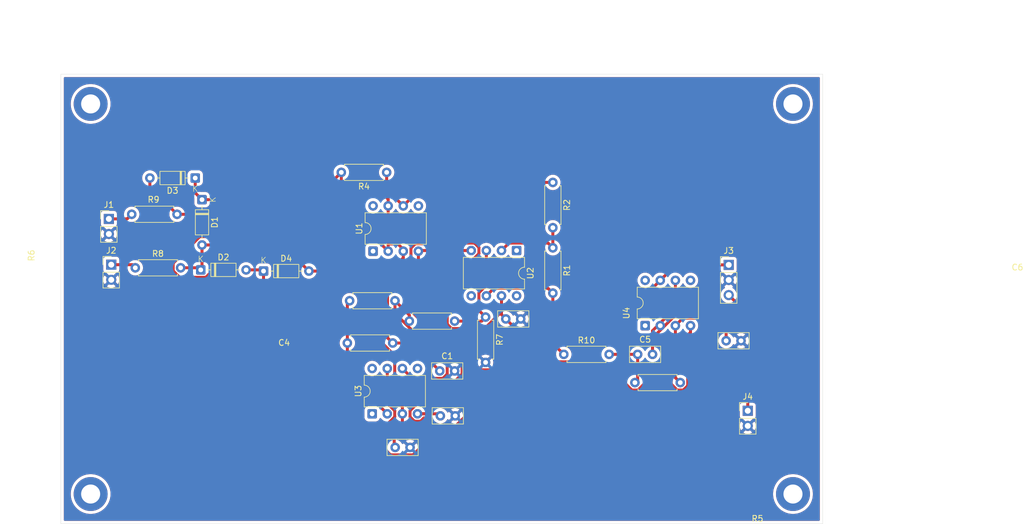
<source format=kicad_pcb>
(kicad_pcb (version 20241229) (generator "pcbnew") (generator_version "9.0")
  (layers (0 "F.Cu" signal) (2 "B.Cu" signal) (13 "F.Paste" user) (15 "B.Paste" user) (5 "F.SilkS" user "F.Silkscreen") (7 "B.SilkS" user "B.Silkscreen") (1 "F.Mask" user) (3 "B.Mask" user) (25 "Edge.Cuts" user))
  (net 0 "")
  (net 1 "Net-(J1-Pin_1)")
  (net 2 "GND")
  (net 3 "Net-(J2-Pin_1)")
  (net 4 "-15V")
  (net 5 "+15V")
  (net 6 "Net-(J4-Pin_1)")
  (net 7 "Net-(U2--)")
  (net 8 "Net-(R2-Pad1)")
  (net 9 "Net-(U2-+)")
  (net 10 "Net-(R3-Pad1)")
  (net 11 "Net-(U3--)")
  (net 21 "Net-(D1-A)")
  (net 22 "Net-(D3-A)")
  (net 23 "Net-(C5-Pad1)")
  (net 24 "Net-(U4-+)")
  (net 25 "Net-(R1-Pad2)")
  (footprint "Connector_PinHeader_2.54mm:PinHeader_1x02_P2.54mm_Vertical" (layer "F.Cu") (at 55.45 88.425)
    (property "Reference" "J2" (at 0 -2.38 0) (layer "F.SilkS"))
    (property "Value" "Conn_01x02_Socket")
    (fp_line (start -1.38 -1.38) (end 0 -1.38) (stroke (width 0.12)) (layer "F.SilkS"))
    (fp_line (start -1.38 0) (end -1.38 -1.38) (stroke (width 0.12)) (layer "F.SilkS"))
    (fp_line (start -1.38 1.27) (end -1.38 3.92) (stroke (width 0.12)) (layer "F.SilkS"))
    (fp_line (start -1.38 1.27) (end 1.38 1.27) (stroke (width 0.12)) (layer "F.SilkS"))
    (fp_line (start -1.38 3.92) (end 1.38 3.92) (stroke (width 0.12)) (layer "F.SilkS"))
    (fp_line (start 1.38 1.27) (end 1.38 3.92) (stroke (width 0.12)) (layer "F.SilkS"))
    (pad "1" thru_hole rect (at 0 0) (size 1.7 1.7) (drill 1) (layers "*.Cu" "*.Mask") (net 3 "Net-(J2-Pin_1)"))
    (pad "2" thru_hole circle (at 0 2.54) (size 1.7 1.7) (drill 1) (layers "*.Cu" "*.Mask") (net 2 "GND"))
  )
  (footprint "Diode_THT:D_DO-35_SOD27_P7.62mm_Horizontal" (layer "F.Cu") (at 70.7 77.49 -90)
    (property "Reference" "D1" (at 3.81 -2.12 90) (layer "F.SilkS"))
    (property "Value" "1N4148")
    (fp_line (start 1.04 0) (end 1.69 0) (stroke (width 0.12)) (layer "F.SilkS"))
    (fp_line (start 6.58 0) (end 5.93 0) (stroke (width 0.12)) (layer "F.SilkS"))
    (fp_line (start 2.29 -1.12) (end 2.29 1.12) (stroke (width 0.12)) (layer "F.SilkS"))
    (fp_line (start 2.41 -1.12) (end 2.41 1.12) (stroke (width 0.12)) (layer "F.SilkS"))
    (fp_line (start 2.53 -1.12) (end 2.53 1.12) (stroke (width 0.12)) (layer "F.SilkS"))
    (fp_rect (start 1.69 -1.12) (end 5.93 1.12) (stroke (width 0.12)) (fill no) (layer "F.SilkS"))
    (fp_text user "K" (at 0 -1.8 90) (layer "F.SilkS") (effects (font (thickness 0.1))))
    (pad "1" thru_hole roundrect (at 0 0 270) (size 1.6 1.6) (drill 0.8) (layers "*.Cu" "*.Mask") (roundrect_rratio 0.15625) (net 5 "+15V"))
    (pad "2" thru_hole circle (at 7.62 0 270) (size 1.6 1.6) (drill 0.8) (layers "*.Cu" "*.Mask") (net 21 "Net-(D1-A)"))
  )
  (footprint "Capacitor_THT:C_Disc_D5.0mm_W2.5mm_P2.50mm" (layer "F.Cu") (at 158.77 101.219)
    (property "Reference" "C6" (at 48.95 -12.35 0) (layer "F.SilkS"))
    (property "Value" "10nF")
    (fp_line (start -1.37 -1.37) (end 3.87 -1.37) (stroke (width 0.12)) (layer "F.SilkS"))
    (fp_line (start -1.37 1.37) (end -1.37 -1.37) (stroke (width 0.12)) (layer "F.SilkS"))
    (fp_line (start 3.87 -1.37) (end 3.87 1.37) (stroke (width 0.12)) (layer "F.SilkS"))
    (fp_line (start 3.87 1.37) (end -1.37 1.37) (stroke (width 0.12)) (layer "F.SilkS"))
    (pad "1" thru_hole circle (at 0 0) (size 1.6 1.6) (drill 0.8) (layers "*.Cu" "*.Mask") (net 24 "Net-(U4-+)"))
    (pad "2" thru_hole circle (at 2.5 0) (size 1.6 1.6) (drill 0.8) (layers "*.Cu" "*.Mask") (net 2 "GND"))
  )
  (footprint "Resistor_THT:R_Axial_DIN0207_L6.3mm_D2.5mm_P7.62mm_Horizontal" (layer "F.Cu") (at 143.441 108.259)
    (property "Reference" "R11" (hide yes))
    (property "Value" "16k")
    (fp_line (start 0.54 -1.37) (end 7.08 -1.37) (stroke (width 0.12)) (layer "F.SilkS"))
    (fp_line (start 0.54 -1.04) (end 0.54 -1.37) (stroke (width 0.12)) (layer "F.SilkS"))
    (fp_line (start 0.54 1.04) (end 0.54 1.37) (stroke (width 0.12)) (layer "F.SilkS"))
    (fp_line (start 0.54 1.37) (end 7.08 1.37) (stroke (width 0.12)) (layer "F.SilkS"))
    (fp_line (start 7.08 -1.37) (end 7.08 -1.04) (stroke (width 0.12)) (layer "F.SilkS"))
    (fp_line (start 7.08 1.37) (end 7.08 1.04) (stroke (width 0.12)) (layer "F.SilkS"))
    (pad "1" thru_hole circle (at 0 0) (size 1.6 1.6) (drill 0.8) (layers "*.Cu" "*.Mask") (net 23 "Net-(C5-Pad1)"))
    (pad "2" thru_hole circle (at 7.62 0) (size 1.6 1.6) (drill 0.8) (layers "*.Cu" "*.Mask") (net 24 "Net-(U4-+)"))
  )
  (footprint "Connector_PinHeader_2.54mm:PinHeader_1x02_P2.54mm_Vertical" (layer "F.Cu") (at 162.402108 112.999)
    (property "Reference" "J4" (at 0 -2.38 0) (layer "F.SilkS"))
    (property "Value" "Conn_01x02_Socket")
    (fp_line (start -1.38 -1.38) (end 0 -1.38) (stroke (width 0.12)) (layer "F.SilkS"))
    (fp_line (start -1.38 0) (end -1.38 -1.38) (stroke (width 0.12)) (layer "F.SilkS"))
    (fp_line (start -1.38 1.27) (end -1.38 3.92) (stroke (width 0.12)) (layer "F.SilkS"))
    (fp_line (start -1.38 1.27) (end 1.38 1.27) (stroke (width 0.12)) (layer "F.SilkS"))
    (fp_line (start -1.38 3.92) (end 1.38 3.92) (stroke (width 0.12)) (layer "F.SilkS"))
    (fp_line (start 1.38 1.27) (end 1.38 3.92) (stroke (width 0.12)) (layer "F.SilkS"))
    (pad "1" thru_hole rect (at 0 0) (size 1.7 1.7) (drill 1) (layers "*.Cu" "*.Mask") (net 6 "Net-(J4-Pin_1)"))
    (pad "2" thru_hole circle (at 0 2.54) (size 1.7 1.7) (drill 1) (layers "*.Cu" "*.Mask") (net 2 "GND"))
  )
  (footprint "Resistor_THT:R_Axial_DIN0207_L6.3mm_D2.5mm_P7.62mm_Horizontal" (layer "F.Cu") (at 131.491 103.509)
    (property "Reference" "R10" (at 3.81 -2.37 0) (layer "F.SilkS"))
    (property "Value" "16k")
    (fp_line (start 0.54 -1.37) (end 7.08 -1.37) (stroke (width 0.12)) (layer "F.SilkS"))
    (fp_line (start 0.54 -1.04) (end 0.54 -1.37) (stroke (width 0.12)) (layer "F.SilkS"))
    (fp_line (start 0.54 1.04) (end 0.54 1.37) (stroke (width 0.12)) (layer "F.SilkS"))
    (fp_line (start 0.54 1.37) (end 7.08 1.37) (stroke (width 0.12)) (layer "F.SilkS"))
    (fp_line (start 7.08 -1.37) (end 7.08 -1.04) (stroke (width 0.12)) (layer "F.SilkS"))
    (fp_line (start 7.08 1.37) (end 7.08 1.04) (stroke (width 0.12)) (layer "F.SilkS"))
    (pad "1" thru_hole circle (at 0 0) (size 1.6 1.6) (drill 0.8) (layers "*.Cu" "*.Mask") (net 25 "Net-(R1-Pad2)"))
    (pad "2" thru_hole circle (at 7.62 0) (size 1.6 1.6) (drill 0.8) (layers "*.Cu" "*.Mask") (net 23 "Net-(C5-Pad1)"))
  )
  (footprint "Resistor_THT:R_Axial_DIN0207_L6.3mm_D2.5mm_P7.62mm_Horizontal" (layer "F.Cu") (at 101.727 72.898 180)
    (property "Reference" "R4" (at 3.81 -2.37 0) (layer "F.SilkS"))
    (property "Value" "25k")
    (fp_line (start 7.08 1.37) (end 7.08 1.04) (stroke (width 0.12)) (layer "F.SilkS"))
    (fp_line (start 7.08 -1.37) (end 7.08 -1.04) (stroke (width 0.12)) (layer "F.SilkS"))
    (fp_line (start 0.54 1.37) (end 7.08 1.37) (stroke (width 0.12)) (layer "F.SilkS"))
    (fp_line (start 0.54 1.04) (end 0.54 1.37) (stroke (width 0.12)) (layer "F.SilkS"))
    (fp_line (start 0.54 -1.04) (end 0.54 -1.37) (stroke (width 0.12)) (layer "F.SilkS"))
    (fp_line (start 0.54 -1.37) (end 7.08 -1.37) (stroke (width 0.12)) (layer "F.SilkS"))
    (pad "1" thru_hole circle (at 0 0 180) (size 1.6 1.6) (drill 0.8) (layers "*.Cu" "*.Mask") (net 8 "Net-(R2-Pad1)"))
    (pad "2" thru_hole circle (at 7.62 0 180) (size 1.6 1.6) (drill 0.8) (layers "*.Cu" "*.Mask") (net 21 "Net-(D1-A)"))
  )
  (footprint "Diode_THT:D_DO-35_SOD27_P7.62mm_Horizontal" (layer "F.Cu") (at 81.04 89.5)
    (property "Reference" "D4" (at 3.81 -2.12 0) (layer "F.SilkS"))
    (property "Value" "1N4148")
    (fp_line (start 1.04 0) (end 1.69 0) (stroke (width 0.12)) (layer "F.SilkS"))
    (fp_line (start 2.29 -1.12) (end 2.29 1.12) (stroke (width 0.12)) (layer "F.SilkS"))
    (fp_line (start 2.41 -1.12) (end 2.41 1.12) (stroke (width 0.12)) (layer "F.SilkS"))
    (fp_line (start 2.53 -1.12) (end 2.53 1.12) (stroke (width 0.12)) (layer "F.SilkS"))
    (fp_line (start 6.58 0) (end 5.93 0) (stroke (width 0.12)) (layer "F.SilkS"))
    (fp_rect (start 1.69 -1.12) (end 5.93 1.12) (stroke (width 0.12)) (fill no) (layer "F.SilkS"))
    (fp_text user "K" (at 0 -1.8 0) (layer "F.SilkS") (effects (font (thickness 0.1))))
    (pad "1" thru_hole roundrect (at 0 0) (size 1.6 1.6) (drill 0.8) (layers "*.Cu" "*.Mask") (roundrect_rratio 0.15625) (net 4 "-15V"))
    (pad "2" thru_hole circle (at 7.62 0) (size 1.6 1.6) (drill 0.8) (layers "*.Cu" "*.Mask") (net 22 "Net-(D3-A)"))
  )
  (footprint "Resistor_THT:R_Axial_DIN0207_L6.3mm_D2.5mm_P7.62mm_Horizontal" (layer "F.Cu") (at 129.65 85.59 -90)
    (property "Reference" "R1" (at 3.81 -2.37 90) (layer "F.SilkS"))
    (property "Value" "10k")
    (fp_line (start 0.54 1.37) (end 7.08 1.37) (stroke (width 0.12)) (layer "F.SilkS"))
    (fp_line (start 7.08 1.37) (end 7.08 1.04) (stroke (width 0.12)) (layer "F.SilkS"))
    (fp_line (start 0.54 1.04) (end 0.54 1.37) (stroke (width 0.12)) (layer "F.SilkS"))
    (fp_line (start 0.54 -1.04) (end 0.54 -1.37) (stroke (width 0.12)) (layer "F.SilkS"))
    (fp_line (start 0.54 -1.37) (end 7.08 -1.37) (stroke (width 0.12)) (layer "F.SilkS"))
    (fp_line (start 7.08 -1.37) (end 7.08 -1.04) (stroke (width 0.12)) (layer "F.SilkS"))
    (pad "1" thru_hole circle (at 0 0 270) (size 1.6 1.6) (drill 0.8) (layers "*.Cu" "*.Mask") (net 7 "Net-(U2--)"))
    (pad "2" thru_hole circle (at 7.62 0 270) (size 1.6 1.6) (drill 0.8) (layers "*.Cu" "*.Mask") (net 25 "Net-(R1-Pad2)"))
  )
  (footprint "Resistor_THT:R_Axial_DIN0207_L6.3mm_D2.5mm_P7.62mm_Horizontal" (layer "F.Cu") (at 58.89 79.95)
    (property "Reference" "R9" (at 3.67 -2.47 0) (layer "F.SilkS"))
    (property "Value" "1k")
    (fp_line (start 0.54 -1.37) (end 7.08 -1.37) (stroke (width 0.12)) (layer "F.SilkS"))
    (fp_line (start 0.54 -1.04) (end 0.54 -1.37) (stroke (width 0.12)) (layer "F.SilkS"))
    (fp_line (start 0.54 1.04) (end 0.54 1.37) (stroke (width 0.12)) (layer "F.SilkS"))
    (fp_line (start 0.54 1.37) (end 7.08 1.37) (stroke (width 0.12)) (layer "F.SilkS"))
    (fp_line (start 7.08 -1.37) (end 7.08 -1.04) (stroke (width 0.12)) (layer "F.SilkS"))
    (fp_line (start 7.08 1.37) (end 7.08 1.04) (stroke (width 0.12)) (layer "F.SilkS"))
    (pad "1" thru_hole circle (at 0 0) (size 1.6 1.6) (drill 0.8) (layers "*.Cu" "*.Mask") (net 1 "Net-(J1-Pin_1)"))
    (pad "2" thru_hole circle (at 7.62 0) (size 1.6 1.6) (drill 0.8) (layers "*.Cu" "*.Mask") (net 22 "Net-(D3-A)"))
  )
  (footprint "Capacitor_THT:C_Disc_D5.0mm_W2.5mm_P2.50mm" (layer "F.Cu") (at 121.75 97.55)
    (property "Reference" "C3" (hide yes))
    (property "Value" "100nF")
    (fp_line (start -1.37 -1.37) (end 3.87 -1.37) (stroke (width 0.12)) (layer "F.SilkS"))
    (fp_line (start -1.37 1.37) (end -1.37 -1.37) (stroke (width 0.12)) (layer "F.SilkS"))
    (fp_line (start 3.87 -1.37) (end 3.87 1.37) (stroke (width 0.12)) (layer "F.SilkS"))
    (fp_line (start 3.87 1.37) (end -1.37 1.37) (stroke (width 0.12)) (layer "F.SilkS"))
    (pad "1" thru_hole circle (at 0 0) (size 1.6 1.6) (drill 0.8) (layers "*.Cu" "*.Mask") (net 5 "+15V"))
    (pad "2" thru_hole circle (at 2.5 0) (size 1.6 1.6) (drill 0.8) (layers "*.Cu" "*.Mask") (net 2 "GND"))
  )
  (footprint "MountingHole:MountingHole_3.2mm_M3_ISO7380_Pad" (layer "F.Cu") (at 51.99 61.388)
    (property "Reference" "REF**" (hide yes))
    (property "Value" "MountingHole_3.2mm_M3_ISO7380_Pad")
    (pad "1" thru_hole circle (at 0 0) (size 5.7 5.7) (drill 3.2) (layers "*.Cu" "*.Mask"))
  )
  (footprint "Resistor_THT:R_Axial_DIN0207_L6.3mm_D2.5mm_P7.62mm_Horizontal" (layer "F.Cu") (at 95.504 94.488)
    (property "Reference" "R6" (at -53.465 -7.61 90) (layer "F.SilkS"))
    (property "Value" "25k")
    (fp_line (start 0.54 -1.37) (end 7.08 -1.37) (stroke (width 0.12)) (layer "F.SilkS"))
    (fp_line (start 0.54 -1.04) (end 0.54 -1.37) (stroke (width 0.12)) (layer "F.SilkS"))
    (fp_line (start 0.54 1.04) (end 0.54 1.37) (stroke (width 0.12)) (layer "F.SilkS"))
    (fp_line (start 0.54 1.37) (end 7.08 1.37) (stroke (width 0.12)) (layer "F.SilkS"))
    (fp_line (start 7.08 -1.37) (end 7.08 -1.04) (stroke (width 0.12)) (layer "F.SilkS"))
    (fp_line (start 7.08 1.37) (end 7.08 1.04) (stroke (width 0.12)) (layer "F.SilkS"))
    (pad "1" thru_hole circle (at 0 0) (size 1.6 1.6) (drill 0.8) (layers "*.Cu" "*.Mask") (net 11 "Net-(U3--)"))
    (pad "2" thru_hole circle (at 7.62 0) (size 1.6 1.6) (drill 0.8) (layers "*.Cu" "*.Mask") (net 10 "Net-(R3-Pad1)"))
  )
  (footprint "Resistor_THT:R_Axial_DIN0207_L6.3mm_D2.5mm_P7.62mm_Horizontal" (layer "F.Cu") (at 102.743 101.6 180)
    (property "Reference" "R5" (at -61.295 -29.54 0) (layer "F.SilkS"))
    (property "Value" "5.5k")
    (fp_line (start 7.08 1.37) (end 7.08 1.04) (stroke (width 0.12)) (layer "F.SilkS"))
    (fp_line (start 7.08 -1.37) (end 7.08 -1.04) (stroke (width 0.12)) (layer "F.SilkS"))
    (fp_line (start 0.54 1.37) (end 7.08 1.37) (stroke (width 0.12)) (layer "F.SilkS"))
    (fp_line (start 0.54 1.04) (end 0.54 1.37) (stroke (width 0.12)) (layer "F.SilkS"))
    (fp_line (start 0.54 -1.04) (end 0.54 -1.37) (stroke (width 0.12)) (layer "F.SilkS"))
    (fp_line (start 0.54 -1.37) (end 7.08 -1.37) (stroke (width 0.12)) (layer "F.SilkS"))
    (pad "1" thru_hole circle (at 0 0 180) (size 1.6 1.6) (drill 0.8) (layers "*.Cu" "*.Mask") (net 21 "Net-(D1-A)"))
    (pad "2" thru_hole circle (at 7.62 0 180) (size 1.6 1.6) (drill 0.8) (layers "*.Cu" "*.Mask") (net 11 "Net-(U3--)"))
  )
  (footprint "Resistor_THT:R_Axial_DIN0207_L6.3mm_D2.5mm_P7.62mm_Horizontal" (layer "F.Cu") (at 118.35 97.24 -90)
    (property "Reference" "R7" (at 3.81 -2.37 90) (layer "F.SilkS"))
    (property "Value" "10k")
    (fp_line (start 0.54 1.37) (end 7.08 1.37) (stroke (width 0.12)) (layer "F.SilkS"))
    (fp_line (start 7.08 1.37) (end 7.08 1.04) (stroke (width 0.12)) (layer "F.SilkS"))
    (fp_line (start 0.54 1.04) (end 0.54 1.37) (stroke (width 0.12)) (layer "F.SilkS"))
    (fp_line (start 0.54 -1.04) (end 0.54 -1.37) (stroke (width 0.12)) (layer "F.SilkS"))
    (fp_line (start 0.54 -1.37) (end 7.08 -1.37) (stroke (width 0.12)) (layer "F.SilkS"))
    (fp_line (start 7.08 -1.37) (end 7.08 -1.04) (stroke (width 0.12)) (layer "F.SilkS"))
    (pad "1" thru_hole circle (at 0 0 270) (size 1.6 1.6) (drill 0.8) (layers "*.Cu" "*.Mask") (net 9 "Net-(U2-+)"))
    (pad "2" thru_hole circle (at 7.62 0 270) (size 1.6 1.6) (drill 0.8) (layers "*.Cu" "*.Mask") (net 2 "GND"))
  )
  (footprint "Package_DIP:DIP-8_W7.62mm" (layer "F.Cu") (at 123.56 86.045 -90)
    (property "Reference" "U2" (at 3.81 -2.33 90) (layer "F.SilkS"))
    (property "Value" "LM741")
    (fp_line (start 1.16 8.95) (end 6.46 8.95) (stroke (width 0.12)) (layer "F.SilkS"))
    (fp_line (start 6.46 8.95) (end 6.46 -1.33) (stroke (width 0.12)) (layer "F.SilkS"))
    (fp_line (start 1.16 -1.33) (end 1.16 8.95) (stroke (width 0.12)) (layer "F.SilkS"))
    (fp_line (start 2.81 -1.33) (end 1.16 -1.33) (stroke (width 0.12)) (layer "F.SilkS"))
    (fp_line (start 6.46 -1.33) (end 4.81 -1.33) (stroke (width 0.12)) (layer "F.SilkS"))
    (fp_arc (start 4.81 -1.33) (mid 3.81 -0.33) (end 2.81 -1.33) (stroke (width 0.12)) (layer "F.SilkS"))
    (pad "1" thru_hole roundrect (at 0 0 270) (size 1.6 1.6) (drill 0.8) (layers "*.Cu" "*.Mask") (roundrect_rratio 0.15625))
    (pad "2" thru_hole circle (at 0 2.54 270) (size 1.6 1.6) (drill 0.8) (layers "*.Cu" "*.Mask") (net 7 "Net-(U2--)"))
    (pad "3" thru_hole circle (at 0 5.08 270) (size 1.6 1.6) (drill 0.8) (layers "*.Cu" "*.Mask") (net 9 "Net-(U2-+)"))
    (pad "4" thru_hole circle (at 0 7.62 270) (size 1.6 1.6) (drill 0.8) (layers "*.Cu" "*.Mask") (net 4 "-15V"))
    (pad "5" thru_hole circle (at 7.62 7.62 270) (size 1.6 1.6) (drill 0.8) (layers "*.Cu" "*.Mask"))
    (pad "6" thru_hole circle (at 7.62 5.08 270) (size 1.6 1.6) (drill 0.8) (layers "*.Cu" "*.Mask") (net 25 "Net-(R1-Pad2)"))
    (pad "7" thru_hole circle (at 7.62 2.54 270) (size 1.6 1.6) (drill 0.8) (layers "*.Cu" "*.Mask") (net 5 "+15V"))
    (pad "8" thru_hole circle (at 7.62 0 270) (size 1.6 1.6) (drill 0.8) (layers "*.Cu" "*.Mask"))
  )
  (footprint "Connector_PinHeader_2.54mm:PinHeader_1x03_P2.54mm_Vertical" (layer "F.Cu") (at 159.201 88.459)
    (property "Reference" "J3" (at 0 -2.38 0) (layer "F.SilkS"))
    (property "Value" "Conn_01x03_Socket")
    (fp_line (start -1.38 -1.38) (end 0 -1.38) (stroke (width 0.12)) (layer "F.SilkS"))
    (fp_line (start -1.38 0) (end -1.38 -1.38) (stroke (width 0.12)) (layer "F.SilkS"))
    (fp_line (start -1.38 1.27) (end -1.38 6.46) (stroke (width 0.12)) (layer "F.SilkS"))
    (fp_line (start -1.38 1.27) (end 1.38 1.27) (stroke (width 0.12)) (layer "F.SilkS"))
    (fp_line (start -1.38 6.46) (end 1.38 6.46) (stroke (width 0.12)) (layer "F.SilkS"))
    (fp_line (start 1.38 1.27) (end 1.38 6.46) (stroke (width 0.12)) (layer "F.SilkS"))
    (pad "1" thru_hole rect (at 0 0) (size 1.7 1.7) (drill 1) (layers "*.Cu" "*.Mask") (net 5 "+15V"))
    (pad "2" thru_hole circle (at 0 2.54) (size 1.7 1.7) (drill 1) (layers "*.Cu" "*.Mask") (net 2 "GND"))
    (pad "3" thru_hole circle (at 0 5.08) (size 1.7 1.7) (drill 1) (layers "*.Cu" "*.Mask") (net 4 "-15V"))
  )
  (footprint "Resistor_THT:R_Axial_DIN0207_L6.3mm_D2.5mm_P7.62mm_Horizontal" (layer "F.Cu") (at 105.537 97.917)
    (property "Reference" "R3" (hide yes))
    (property "Value" "10K")
    (fp_line (start 0.54 -1.37) (end 7.08 -1.37) (stroke (width 0.12)) (layer "F.SilkS"))
    (fp_line (start 0.54 -1.04) (end 0.54 -1.37) (stroke (width 0.12)) (layer "F.SilkS"))
    (fp_line (start 0.54 1.04) (end 0.54 1.37) (stroke (width 0.12)) (layer "F.SilkS"))
    (fp_line (start 0.54 1.37) (end 7.08 1.37) (stroke (width 0.12)) (layer "F.SilkS"))
    (fp_line (start 7.08 -1.37) (end 7.08 -1.04) (stroke (width 0.12)) (layer "F.SilkS"))
    (fp_line (start 7.08 1.37) (end 7.08 1.04) (stroke (width 0.12)) (layer "F.SilkS"))
    (pad "1" thru_hole circle (at 0 0) (size 1.6 1.6) (drill 0.8) (layers "*.Cu" "*.Mask") (net 10 "Net-(R3-Pad1)"))
    (pad "2" thru_hole circle (at 7.62 0) (size 1.6 1.6) (drill 0.8) (layers "*.Cu" "*.Mask") (net 9 "Net-(U2-+)"))
  )
  (footprint "Capacitor_THT:C_Disc_D5.0mm_W2.5mm_P2.50mm" (layer "F.Cu") (at 110.65 106.3)
    (property "Reference" "C1" (at 1.25 -2.5 0) (layer "F.SilkS"))
    (property "Value" "100nF")
    (fp_line (start -1.37 -1.37) (end 3.87 -1.37) (stroke (width 0.12)) (layer "F.SilkS"))
    (fp_line (start -1.37 1.37) (end -1.37 -1.37) (stroke (width 0.12)) (layer "F.SilkS"))
    (fp_line (start 3.87 -1.37) (end 3.87 1.37) (stroke (width 0.12)) (layer "F.SilkS"))
    (fp_line (start 3.87 1.37) (end -1.37 1.37) (stroke (width 0.12)) (layer "F.SilkS"))
    (pad "1" thru_hole circle (at 0 0) (size 1.6 1.6) (drill 0.8) (layers "*.Cu" "*.Mask") (net 21 "Net-(D1-A)"))
    (pad "2" thru_hole circle (at 2.5 0) (size 1.6 1.6) (drill 0.8) (layers "*.Cu" "*.Mask") (net 2 "GND"))
  )
  (footprint "Resistor_THT:R_Axial_DIN0207_L6.3mm_D2.5mm_P7.62mm_Horizontal" (layer "F.Cu") (at 129.65 74.59 -90)
    (property "Reference" "R2" (at 3.805 -2.37 90) (layer "F.SilkS"))
    (property "Value" "10k")
    (fp_line (start 0.54 1.37) (end 7.08 1.37) (stroke (width 0.12)) (layer "F.SilkS"))
    (fp_line (start 7.08 1.37) (end 7.08 1.04) (stroke (width 0.12)) (layer "F.SilkS"))
    (fp_line (start 0.54 1.04) (end 0.54 1.37) (stroke (width 0.12)) (layer "F.SilkS"))
    (fp_line (start 0.54 -1.04) (end 0.54 -1.37) (stroke (width 0.12)) (layer "F.SilkS"))
    (fp_line (start 0.54 -1.37) (end 7.08 -1.37) (stroke (width 0.12)) (layer "F.SilkS"))
    (fp_line (start 7.08 -1.37) (end 7.08 -1.04) (stroke (width 0.12)) (layer "F.SilkS"))
    (pad "1" thru_hole circle (at 0 0 270) (size 1.6 1.6) (drill 0.8) (layers "*.Cu" "*.Mask") (net 8 "Net-(R2-Pad1)"))
    (pad "2" thru_hole circle (at 7.62 0 270) (size 1.6 1.6) (drill 0.8) (layers "*.Cu" "*.Mask") (net 7 "Net-(U2--)"))
  )
  (footprint "Diode_THT:D_DO-35_SOD27_P7.62mm_Horizontal" (layer "F.Cu") (at 70.49 89.3)
    (property "Reference" "D2" (at 3.81 -2.12 0) (layer "F.SilkS"))
    (property "Value" "1N4148")
    (fp_line (start 1.04 0) (end 1.69 0) (stroke (width 0.12)) (layer "F.SilkS"))
    (fp_line (start 2.29 -1.12) (end 2.29 1.12) (stroke (width 0.12)) (layer "F.SilkS"))
    (fp_line (start 2.41 -1.12) (end 2.41 1.12) (stroke (width 0.12)) (layer "F.SilkS"))
    (fp_line (start 2.53 -1.12) (end 2.53 1.12) (stroke (width 0.12)) (layer "F.SilkS"))
    (fp_line (start 6.58 0) (end 5.93 0) (stroke (width 0.12)) (layer "F.SilkS"))
    (fp_rect (start 1.69 -1.12) (end 5.93 1.12) (stroke (width 0.12)) (fill no) (layer "F.SilkS"))
    (fp_text user "K" (at 0 -1.8 0) (layer "F.SilkS") (effects (font (thickness 0.1))))
    (pad "1" thru_hole roundrect (at 0 0) (size 1.6 1.6) (drill 0.8) (layers "*.Cu" "*.Mask") (roundrect_rratio 0.15625) (net 21 "Net-(D1-A)"))
    (pad "2" thru_hole circle (at 7.62 0) (size 1.6 1.6) (drill 0.8) (layers "*.Cu" "*.Mask") (net 4 "-15V"))
  )
  (footprint "MountingHole:MountingHole_3.2mm_M3_ISO7380_Pad" (layer "F.Cu") (at 170 61.388)
    (property "Reference" "REF**" (hide yes))
    (property "Value" "MountingHole_3.2mm_M3_ISO7380_Pad")
    (pad "1" thru_hole circle (at 0 0) (size 5.7 5.7) (drill 3.2) (layers "*.Cu" "*.Mask"))
  )
  (footprint "Capacitor_THT:C_Disc_D5.0mm_W2.5mm_P2.50mm" (layer "F.Cu") (at 103.158 119.16)
    (property "Reference" "C2" (hide yes))
    (property "Value" "100nF")
    (fp_line (start -1.37 -1.37) (end 3.87 -1.37) (stroke (width 0.12)) (layer "F.SilkS"))
    (fp_line (start -1.37 1.37) (end -1.37 -1.37) (stroke (width 0.12)) (layer "F.SilkS"))
    (fp_line (start 3.87 -1.37) (end 3.87 1.37) (stroke (width 0.12)) (layer "F.SilkS"))
    (fp_line (start 3.87 1.37) (end -1.37 1.37) (stroke (width 0.12)) (layer "F.SilkS"))
    (pad "1" thru_hole circle (at 0 0) (size 1.6 1.6) (drill 0.8) (layers "*.Cu" "*.Mask") (net 22 "Net-(D3-A)"))
    (pad "2" thru_hole circle (at 2.5 0) (size 1.6 1.6) (drill 0.8) (layers "*.Cu" "*.Mask") (net 2 "GND"))
  )
  (footprint "Capacitor_THT:C_Disc_D5.0mm_W2.5mm_P2.50mm" (layer "F.Cu") (at 143.901 103.509)
    (property "Reference" "C5" (at 1.25 -2.5 0) (layer "F.SilkS"))
    (property "Value" "10nF")
    (fp_line (start -1.37 -1.37) (end 3.87 -1.37) (stroke (width 0.12)) (layer "F.SilkS"))
    (fp_line (start -1.37 1.37) (end -1.37 -1.37) (stroke (width 0.12)) (layer "F.SilkS"))
    (fp_line (start 3.87 -1.37) (end 3.87 1.37) (stroke (width 0.12)) (layer "F.SilkS"))
    (fp_line (start 3.87 1.37) (end -1.37 1.37) (stroke (width 0.12)) (layer "F.SilkS"))
    (pad "1" thru_hole circle (at 0 0) (size 1.6 1.6) (drill 0.8) (layers "*.Cu" "*.Mask") (net 23 "Net-(C5-Pad1)"))
    (pad "2" thru_hole circle (at 2.5 0) (size 1.6 1.6) (drill 0.8) (layers "*.Cu" "*.Mask") (net 6 "Net-(J4-Pin_1)"))
  )
  (footprint "MountingHole:MountingHole_3.2mm_M3_ISO7380_Pad" (layer "F.Cu") (at 170 127)
    (property "Reference" "REF**" (hide yes))
    (property "Value" "MountingHole_3.2mm_M3_ISO7380_Pad")
    (pad "1" thru_hole circle (at 0 0) (size 5.7 5.7) (drill 3.2) (layers "*.Cu" "*.Mask"))
  )
  (footprint "Package_DIP:DIP-8_W7.62mm" (layer "F.Cu") (at 145.161 98.679 90)
    (property "Reference" "U4" (at 2.12 -3.14 90) (layer "F.SilkS"))
    (property "Value" "LM741")
    (fp_line (start 6.46 -1.33) (end 4.81 -1.33) (stroke (width 0.12)) (layer "F.SilkS"))
    (fp_line (start 2.81 -1.33) (end 1.16 -1.33) (stroke (width 0.12)) (layer "F.SilkS"))
    (fp_line (start 1.16 -1.33) (end 1.16 8.95) (stroke (width 0.12)) (layer "F.SilkS"))
    (fp_line (start 6.46 8.95) (end 6.46 -1.33) (stroke (width 0.12)) (layer "F.SilkS"))
    (fp_line (start 1.16 8.95) (end 6.46 8.95) (stroke (width 0.12)) (layer "F.SilkS"))
    (fp_arc (start 4.81 -1.33) (mid 3.81 -0.33) (end 2.81 -1.33) (stroke (width 0.12)) (layer "F.SilkS"))
    (pad "1" thru_hole roundrect (at 0 0 90) (size 1.6 1.6) (drill 0.8) (layers "*.Cu" "*.Mask") (roundrect_rratio 0.15625))
    (pad "2" thru_hole circle (at 0 2.54 90) (size 1.6 1.6) (drill 0.8) (layers "*.Cu" "*.Mask") (net 6 "Net-(J4-Pin_1)"))
    (pad "3" thru_hole circle (at 0 5.08 90) (size 1.6 1.6) (drill 0.8) (layers "*.Cu" "*.Mask") (net 24 "Net-(U4-+)"))
    (pad "4" thru_hole circle (at 0 7.62 90) (size 1.6 1.6) (drill 0.8) (layers "*.Cu" "*.Mask") (net 4 "-15V"))
    (pad "5" thru_hole circle (at 7.62 7.62 90) (size 1.6 1.6) (drill 0.8) (layers "*.Cu" "*.Mask"))
    (pad "6" thru_hole circle (at 7.62 5.08 90) (size 1.6 1.6) (drill 0.8) (layers "*.Cu" "*.Mask") (net 6 "Net-(J4-Pin_1)"))
    (pad "7" thru_hole circle (at 7.62 2.54 90) (size 1.6 1.6) (drill 0.8) (layers "*.Cu" "*.Mask") (net 5 "+15V"))
    (pad "8" thru_hole circle (at 7.62 0 90) (size 1.6 1.6) (drill 0.8) (layers "*.Cu" "*.Mask"))
  )
  (footprint "Resistor_THT:R_Axial_DIN0207_L6.3mm_D2.5mm_P7.62mm_Horizontal" (layer "F.Cu") (at 59.49 88.95)
    (property "Reference" "R8" (at 3.81 -2.37 0) (layer "F.SilkS"))
    (property "Value" "1k")
    (fp_line (start 0.54 -1.37) (end 7.08 -1.37) (stroke (width 0.12)) (layer "F.SilkS"))
    (fp_line (start 0.54 -1.04) (end 0.54 -1.37) (stroke (width 0.12)) (layer "F.SilkS"))
    (fp_line (start 0.54 1.04) (end 0.54 1.37) (stroke (width 0.12)) (layer "F.SilkS"))
    (fp_line (start 0.54 1.37) (end 7.08 1.37) (stroke (width 0.12)) (layer "F.SilkS"))
    (fp_line (start 7.08 -1.37) (end 7.08 -1.04) (stroke (width 0.12)) (layer "F.SilkS"))
    (fp_line (start 7.08 1.37) (end 7.08 1.04) (stroke (width 0.12)) (layer "F.SilkS"))
    (pad "1" thru_hole circle (at 0 0) (size 1.6 1.6) (drill 0.8) (layers "*.Cu" "*.Mask") (net 3 "Net-(J2-Pin_1)"))
    (pad "2" thru_hole circle (at 7.62 0) (size 1.6 1.6) (drill 0.8) (layers "*.Cu" "*.Mask") (net 21 "Net-(D1-A)"))
  )
  (footprint "Package_DIP:DIP-8_W7.62mm" (layer "F.Cu") (at 99.44 86.155 90)
    (property "Reference" "U1" (at 3.81 -2.33 90) (layer "F.SilkS"))
    (property "Value" "LM741")
    (fp_line (start 6.46 -1.33) (end 4.81 -1.33) (stroke (width 0.12)) (layer "F.SilkS"))
    (fp_line (start 2.81 -1.33) (end 1.16 -1.33) (stroke (width 0.12)) (layer "F.SilkS"))
    (fp_line (start 1.16 -1.33) (end 1.16 8.95) (stroke (width 0.12)) (layer "F.SilkS"))
    (fp_line (start 6.46 8.95) (end 6.46 -1.33) (stroke (width 0.12)) (layer "F.SilkS"))
    (fp_line (start 1.16 8.95) (end 6.46 8.95) (stroke (width 0.12)) (layer "F.SilkS"))
    (fp_arc (start 4.81 -1.33) (mid 3.81 -0.33) (end 2.81 -1.33) (stroke (width 0.12)) (layer "F.SilkS"))
    (pad "1" thru_hole roundrect (at 0 0 90) (size 1.6 1.6) (drill 0.8) (layers "*.Cu" "*.Mask") (roundrect_rratio 0.15625))
    (pad "2" thru_hole circle (at 0 2.54 90) (size 1.6 1.6) (drill 0.8) (layers "*.Cu" "*.Mask") (net 21 "Net-(D1-A)"))
    (pad "3" thru_hole circle (at 0 5.08 90) (size 1.6 1.6) (drill 0.8) (layers "*.Cu" "*.Mask") (net 21 "Net-(D1-A)"))
    (pad "4" thru_hole circle (at 0 7.62 90) (size 1.6 1.6) (drill 0.8) (layers "*.Cu" "*.Mask") (net 4 "-15V"))
    (pad "5" thru_hole circle (at 7.62 7.62 90) (size 1.6 1.6) (drill 0.8) (layers "*.Cu" "*.Mask"))
    (pad "6" thru_hole circle (at 7.62 5.08 90) (size 1.6 1.6) (drill 0.8) (layers "*.Cu" "*.Mask") (net 8 "Net-(R2-Pad1)"))
    (pad "7" thru_hole circle (at 7.62 2.54 90) (size 1.6 1.6) (drill 0.8) (layers "*.Cu" "*.Mask") (net 5 "+15V"))
    (pad "8" thru_hole circle (at 7.62 0 90) (size 1.6 1.6) (drill 0.8) (layers "*.Cu" "*.Mask"))
  )
  (footprint "MountingHole:MountingHole_3.2mm_M3_ISO7380_Pad" (layer "F.Cu") (at 51.99 127)
    (property "Reference" "REF**" (hide yes))
    (property "Value" "MountingHole_3.2mm_M3_ISO7380_Pad")
    (pad "1" thru_hole circle (at 0 0) (size 5.7 5.7) (drill 3.2) (layers "*.Cu" "*.Mask"))
  )
  (footprint "Capacitor_THT:C_Disc_D5.0mm_W2.5mm_P2.50mm" (layer "F.Cu") (at 110.75 113.85)
    (property "Reference" "C4" (at -26.25 -12.3 0) (layer "F.SilkS"))
    (property "Value" "100nF")
    (fp_line (start -1.37 -1.37) (end 3.87 -1.37) (stroke (width 0.12)) (layer "F.SilkS"))
    (fp_line (start -1.37 1.37) (end -1.37 -1.37) (stroke (width 0.12)) (layer "F.SilkS"))
    (fp_line (start 3.87 -1.37) (end 3.87 1.37) (stroke (width 0.12)) (layer "F.SilkS"))
    (fp_line (start 3.87 1.37) (end -1.37 1.37) (stroke (width 0.12)) (layer "F.SilkS"))
    (pad "1" thru_hole circle (at 0 0) (size 1.6 1.6) (drill 0.8) (layers "*.Cu" "*.Mask") (net 4 "-15V"))
    (pad "2" thru_hole circle (at 2.5 0) (size 1.6 1.6) (drill 0.8) (layers "*.Cu" "*.Mask") (net 2 "GND"))
  )
  (footprint "Package_DIP:DIP-8_W7.62mm" (layer "F.Cu") (at 99.29 113.505 90)
    (property "Reference" "U3" (at 3.81 -2.33 90) (layer "F.SilkS"))
    (property "Value" "LM741")
    (fp_line (start 6.46 -1.33) (end 4.81 -1.33) (stroke (width 0.12)) (layer "F.SilkS"))
    (fp_line (start 2.81 -1.33) (end 1.16 -1.33) (stroke (width 0.12)) (layer "F.SilkS"))
    (fp_line (start 1.16 -1.33) (end 1.16 8.95) (stroke (width 0.12)) (layer "F.SilkS"))
    (fp_line (start 6.46 8.95) (end 6.46 -1.33) (stroke (width 0.12)) (layer "F.SilkS"))
    (fp_line (start 1.16 8.95) (end 6.46 8.95) (stroke (width 0.12)) (layer "F.SilkS"))
    (fp_arc (start 4.81 -1.33) (mid 3.81 -0.33) (end 2.81 -1.33) (stroke (width 0.12)) (layer "F.SilkS"))
    (pad "1" thru_hole roundrect (at 0 0 90) (size 1.6 1.6) (drill 0.8) (layers "*.Cu" "*.Mask") (roundrect_rratio 0.15625))
    (pad "2" thru_hole circle (at 0 2.54 90) (size 1.6 1.6) (drill 0.8) (layers "*.Cu" "*.Mask") (net 11 "Net-(U3--)"))
    (pad "3" thru_hole circle (at 0 5.08 90) (size 1.6 1.6) (drill 0.8) (layers "*.Cu" "*.Mask") (net 22 "Net-(D3-A)"))
    (pad "4" thru_hole circle (at 0 7.62 90) (size 1.6 1.6) (drill 0.8) (layers "*.Cu" "*.Mask") (net 4 "-15V"))
    (pad "5" thru_hole circle (at 7.62 7.62 90) (size 1.6 1.6) (drill 0.8) (layers "*.Cu" "*.Mask"))
    (pad "6" thru_hole circle (at 7.62 5.08 90) (size 1.6 1.6) (drill 0.8) (layers "*.Cu" "*.Mask") (net 10 "Net-(R3-Pad1)"))
    (pad "7" thru_hole circle (at 7.62 2.54 90) (size 1.6 1.6) (drill 0.8) (layers "*.Cu" "*.Mask") (net 5 "+15V"))
    (pad "8" thru_hole circle (at 7.62 0 90) (size 1.6 1.6) (drill 0.8) (layers "*.Cu" "*.Mask"))
  )
  (footprint "Diode_THT:D_DO-35_SOD27_P7.62mm_Horizontal" (layer "F.Cu") (at 69.56 73.85 180)
    (property "Reference" "D3" (at 3.81 -2.12 0) (layer "F.SilkS"))
    (property "Value" "1N4148")
    (fp_line (start 6.58 0) (end 5.93 0) (stroke (width 0.12)) (layer "F.SilkS"))
    (fp_line (start 2.53 -1.12) (end 2.53 1.12) (stroke (width 0.12)) (layer "F.SilkS"))
    (fp_line (start 2.41 -1.12) (end 2.41 1.12) (stroke (width 0.12)) (layer "F.SilkS"))
    (fp_line (start 2.29 -1.12) (end 2.29 1.12) (stroke (width 0.12)) (layer "F.SilkS"))
    (fp_line (start 1.04 0) (end 1.69 0) (stroke (width 0.12)) (layer "F.SilkS"))
    (fp_rect (start 1.69 -1.12) (end 5.93 1.12) (stroke (width 0.12)) (fill no) (layer "F.SilkS"))
    (fp_text user "K" (at 0 -1.8 0) (layer "F.SilkS") (effects (font (thickness 0.1))))
    (pad "1" thru_hole roundrect (at 0 0 180) (size 1.6 1.6) (drill 0.8) (layers "*.Cu" "*.Mask") (roundrect_rratio 0.15625) (net 5 "+15V"))
    (pad "2" thru_hole circle (at 7.62 0 180) (size 1.6 1.6) (drill 0.8) (layers "*.Cu" "*.Mask") (net 22 "Net-(D3-A)"))
  )
  (footprint "Connector_PinHeader_2.54mm:PinHeader_1x02_P2.54mm_Vertical" (layer "F.Cu") (at 55.05 80.725)
    (property "Reference" "J1" (at 0 -2.38 0) (layer "F.SilkS"))
    (property "Value" "Conn_01x02_Socket")
    (fp_line (start -1.38 -1.38) (end 0 -1.38) (stroke (width 0.12)) (layer "F.SilkS"))
    (fp_line (start -1.38 0) (end -1.38 -1.38) (stroke (width 0.12)) (layer "F.SilkS"))
    (fp_line (start -1.38 1.27) (end -1.38 3.92) (stroke (width 0.12)) (layer "F.SilkS"))
    (fp_line (start -1.38 1.27) (end 1.38 1.27) (stroke (width 0.12)) (layer "F.SilkS"))
    (fp_line (start -1.38 3.92) (end 1.38 3.92) (stroke (width 0.12)) (layer "F.SilkS"))
    (fp_line (start 1.38 1.27) (end 1.38 3.92) (stroke (width 0.12)) (layer "F.SilkS"))
    (pad "1" thru_hole rect (at 0 0) (size 1.7 1.7) (drill 1) (layers "*.Cu" "*.Mask") (net 1 "Net-(J1-Pin_1)"))
    (pad "2" thru_hole circle (at 0 2.54) (size 1.7 1.7) (drill 1) (layers "*.Cu" "*.Mask") (net 2 "GND"))
  )
  (gr_rect (start 46.99 56.388) (end 175 132) (stroke (width 0.05)) (fill no) (layer "Edge.Cuts"))
  (segment (start 58.115 80.725) (end 58.89 79.95) (width 0.5) (layer "F.Cu") (net 1))
  (segment (start 55.05 80.725) (end 58.115 80.725) (width 0.5) (layer "F.Cu") (net 1))
  (segment (start 58.965 88.425) (end 59.49 88.95) (width 0.5) (layer "F.Cu") (net 3))
  (segment (start 55.45 88.425) (end 58.965 88.425) (width 0.5) (layer "F.Cu") (net 3))
  (segment (start 115.102 113.767182) (end 115.102 107.108546) (width 0.5) (layer "F.Cu") (net 4))
  (segment (start 149.54 108.507182) (end 150.542818 109.51) (width 0.5) (layer "F.Cu") (net 4))
  (segment (start 151.13 109.51) (end 151.579182 109.51) (width 0.5) (layer "F.Cu") (net 4))
  (segment (start 152.312 100.27937) (end 152.781 99.81037) (width 0.5) (layer "F.Cu") (net 4))
  (segment (start 148.17305 104.459) (end 149.54 105.82595) (width 0.5) (layer "F.Cu") (net 4))
  (segment (start 149.54 105.82595) (end 149.54 108.507182) (width 0.5) (layer "F.Cu") (net 4))
  (segment (start 151.13 116.332) (end 151.13 109.51) (width 0.5) (layer "F.Cu") (net 4))
  (segment (start 115.102 103.706869) (end 107.06 95.664869) (width 0.5) (layer "F.Cu") (net 4))
  (segment (start 152.781 99.81037) (end 152.781 98.679) (width 0.5) (layer "F.Cu") (net 4))
  (segment (start 81.04 89.5) (end 81.04 97.353292) (width 0.5) (layer "F.Cu") (net 4))
  (segment (start 78.998 99.395292) (end 81.04 97.353292) (width 0.5) (layer "F.Cu") (net 4))
  (segment (start 80.84 89.3) (end 81.04 89.5) (width 0.5) (layer "F.Cu") (net 4))
  (segment (start 145.19595 106.111) (end 146.48037 106.111) (width 0.5) (layer "F.Cu") (net 4))
  (segment (start 115.102 107.108546) (end 115.102 103.706869) (width 0.5) (layer "F.Cu") (net 4))
  (segment (start 142.922818 109.51) (end 143.959182 109.51) (width 0.5) (layer "F.Cu") (net 4))
  (segment (start 108.705546 113.505) (end 115.102 107.108546) (width 0.5) (layer "F.Cu") (net 4))
  (segment (start 107.06 95.664869) (end 107.06 86.155) (width 0.5) (layer "F.Cu") (net 4))
  (segment (start 156.845 122.047) (end 151.13 116.332) (width 0.5) (layer "F.Cu") (net 4))
  (segment (start 146.48037 106.111) (end 148.13237 104.459) (width 0.5) (layer "F.Cu") (net 4))
  (segment (start 78.998 99.913292) (end 100.195708 121.111) (width 0.5) (layer "F.Cu") (net 4))
  (segment (start 108.276182 121.111) (end 108.276182 120.593) (width 0.5) (layer "F.Cu") (net 4))
  (segment (start 108.276182 120.593) (end 115.102 113.767182) (width 0.5) (layer "F.Cu") (net 4))
  (segment (start 106.91 113.505) (end 108.705546 113.505) (width 0.5) (layer "F.Cu") (net 4))
  (segment (start 152.312 108.777182) (end 152.312 103.505) (width 0.5) (layer "F.Cu") (net 4))
  (segment (start 115.102 103.706869) (end 117.506131 106.111) (width 0.5) (layer "F.Cu") (net 4))
  (segment (start 107.376 86.045) (end 115.94 86.045) (width 0.5) (layer "F.Cu") (net 4))
  (segment (start 100.195708 121.111) (end 108.276182 121.111) (width 0.5) (layer "F.Cu") (net 4))
  (segment (start 107.06 86.155) (end 107.266 86.155) (width 0.5) (layer "F.Cu") (net 4))
  (segment (start 107.266 86.155) (end 107.376 86.045) (width 0.5) (layer "F.Cu") (net 4))
  (segment (start 143.959182 109.51) (end 145.19595 108.273232) (width 0.5) (layer "F.Cu") (net 4))
  (segment (start 139.523818 106.111) (end 142.922818 109.51) (width 0.5) (layer "F.Cu") (net 4))
  (segment (start 106.91 113.505) (end 110.405 113.505) (width 0.5) (layer "F.Cu") (net 4))
  (segment (start 110.405 113.505) (end 110.75 113.85) (width 0.5) (layer "F.Cu") (net 4))
  (segment (start 151.579182 109.51) (end 152.312 108.777182) (width 0.5) (layer "F.Cu") (net 4))
  (segment (start 159.201 93.539) (end 168.275 102.613) (width 0.5) (layer "F.Cu") (net 4))
  (segment (start 150.542818 109.51) (end 151.13 109.51) (width 0.5) (layer "F.Cu") (net 4))
  (segment (start 152.312 103.505) (end 152.312 100.27937) (width 0.5) (layer "F.Cu") (net 4))
  (segment (start 168.275 102.613) (end 168.275 122.047) (width 0.5) (layer "F.Cu") (net 4))
  (segment (start 78.998 99.913292) (end 78.998 99.395292) (width 0.5) (layer "F.Cu") (net 4))
  (segment (start 78.11 89.3) (end 80.84 89.3) (width 0.5) (layer "F.Cu") (net 4))
  (segment (start 145.19595 108.273232) (end 145.19595 106.111) (width 0.5) (layer "F.Cu") (net 4))
  (segment (start 117.506131 106.111) (end 139.523818 106.111) (width 0.5) (layer "F.Cu") (net 4))
  (segment (start 168.275 122.047) (end 156.845 122.047) (width 0.5) (layer "F.Cu") (net 4))
  (segment (start 148.13237 104.459) (end 148.17305 104.459) (width 0.5) (layer "F.Cu") (net 4))
  (segment (start 117.229 85.526818) (end 116.496182 84.794) (width 0.5) (layer "F.Cu") (net 5))
  (segment (start 106.176182 120.411) (end 108.218182 118.369) (width 0.5) (layer "F.Cu") (net 5))
  (segment (start 105.659 112.986818) (end 106.838636 111.807182) (width 0.5) (layer "F.Cu") (net 5))
  (segment (start 69.56 76.35) (end 70.7 77.49) (width 0.5) (layer "F.Cu") (net 5))
  (segment (start 101.83 111.735818) (end 103.081 112.986818) (width 0.5) (layer "F.Cu") (net 5))
  (segment (start 108.695 84.794) (end 108.585 84.904) (width 0.5) (layer "F.Cu") (net 5))
  (segment (start 108.951 117.118182) (end 108.951 114.206) (width 0.5) (layer "F.Cu") (net 5))
  (segment (start 101.98 77.40363) (end 101.98 78.535) (width 0.5) (layer "F.Cu") (net 5))
  (segment (start 108.218182 117.851) (end 108.951 117.118182) (width 0.5) (layer "F.Cu") (net 5))
  (segment (start 102.364818 120.411) (end 106.176182 120.411) (width 0.5) (layer "F.Cu") (net 5))
  (segment (start 106.838636 111.807182) (end 109.412 111.807182) (width 0.5) (layer "F.Cu") (net 5))
  (segment (start 105.809 96.181636) (end 105.809 85.636818) (width 0.5) (layer "F.Cu") (net 5))
  (segment (start 70.7 77.49) (end 86.755869 77.49) (width 0.5) (layer "F.Cu") (net 5))
  (segment (start 105.809 85.636818) (end 106.541818 84.904) (width 0.5) (layer "F.Cu") (net 5))
  (segment (start 150.301 88.459) (end 159.201 88.459) (width 0.5) (layer "F.Cu") (net 5))
  (segment (start 101.557364 115.546818) (end 103.081 114.023182) (width 0.5) (layer "F.Cu") (net 5))
  (segment (start 101.039 115.546818) (end 101.039 119.085182) (width 0.5) (layer "F.Cu") (net 5))
  (segment (start 109.412 111.807182) (end 114.401 106.818182) (width 0.5) (layer "F.Cu") (net 5))
  (segment (start 93.298869 70.947) (end 95.52337 70.947) (width 0.5) (layer "F.Cu") (net 5))
  (segment (start 147.701 91.059) (end 150.301 88.459) (width 0.5) (layer "F.Cu") (net 5))
  (segment (start 114.401 106.818182) (end 114.401 104.773636) (width 0.5) (layer "F.Cu") (net 5))
  (segment (start 121.75 97.55) (end 128.96 104.76) (width 0.5) (layer "F.Cu") (net 5))
  (segment (start 105.659 114.023182) (end 105.659 112.986818) (width 0.5) (layer "F.Cu") (net 5))
  (segment (start 121.02 93.665) (end 121.02 96.82) (width 0.5) (layer "F.Cu") (net 5))
  (segment (start 106.391818 114.756) (end 105.659 114.023182) (width 0.5) (layer "F.Cu") (net 5))
  (segment (start 107.428182 114.756) (end 106.391818 114.756) (width 0.5) (layer "F.Cu") (net 5))
  (segment (start 108.585 84.904) (end 108.733 84.904) (width 0.5) (layer "F.Cu") (net 5))
  (segment (start 95.52337 70.947) (end 101.98 77.40363) (width 0.5) (layer "F.Cu") (net 5))
  (segment (start 106.541818 84.904) (end 108.585 84.904) (width 0.5) (layer "F.Cu") (net 5))
  (segment (start 106.541818 84.904) (end 101.98 80.342182) (width 0.5) (layer "F.Cu") (net 5))
  (segment (start 108.951 114.206) (end 107.978182 114.206) (width 0.5) (layer "F.Cu") (net 5))
  (segment (start 117.229 86.563182) (end 117.229 85.526818) (width 0.5) (layer "F.Cu") (net 5))
  (segment (start 103.081 114.023182) (end 103.081 112.986818) (width 0.5) (layer "F.Cu") (net 5))
  (segment (start 101.83 105.885) (end 101.83 111.735818) (width 0.5) (layer "F.Cu") (net 5))
  (segment (start 114.401 104.773636) (end 105.809 96.181636) (width 0.5) (layer "F.Cu") (net 5))
  (segment (start 69.56 73.85) (end 69.56 76.35) (width 0.5) (layer "F.Cu") (net 5))
  (segment (start 112.638818 99.168) (end 111.906 98.435182) (width 0.5) (layer "F.Cu") (net 5))
  (segment (start 121.02 96.339182) (end 118.191182 99.168) (width 0.5) (layer "F.Cu") (net 5))
  (segment (start 134 104.76) (end 147.701 91.059) (width 0.5) (layer "F.Cu") (net 5))
  (segment (start 108.218182 118.369) (end 108.218182 117.851) (width 0.5) (layer "F.Cu") (net 5))
  (segment (start 101.98 80.342182) (end 101.98 78.535) (width 0.5) (layer "F.Cu") (net 5))
  (segment (start 116.496182 84.794) (end 108.695 84.794) (width 0.5) (layer "F.Cu") (net 5))
  (segment (start 121.02 93.665) (end 121.02 96.339182) (width 0.5) (layer "F.Cu") (net 5))
  (segment (start 128.96 104.76) (end 134 104.76) (width 0.5) (layer "F.Cu") (net 5))
  (segment (start 118.191182 99.168) (end 112.638818 99.168) (width 0.5) (layer "F.Cu") (net 5))
  (segment (start 101.039 115.546818) (end 101.557364 115.546818) (width 0.5) (layer "F.Cu") (net 5))
  (segment (start 107.978182 114.206) (end 107.428182 114.756) (width 0.5) (layer "F.Cu") (net 5))
  (segment (start 111.906 91.886182) (end 117.229 86.563182) (width 0.5) (layer "F.Cu") (net 5))
  (segment (start 111.906 98.435182) (end 111.906 91.886182) (width 0.5) (layer "F.Cu") (net 5))
  (segment (start 86.755869 77.49) (end 93.298869 70.947) (width 0.5) (layer "F.Cu") (net 5))
  (segment (start 101.039 119.085182) (end 102.364818 120.411) (width 0.5) (layer "F.Cu") (net 5))
  (segment (start 121.02 96.82) (end 121.75 97.55) (width 0.5) (layer "F.Cu") (net 5))
  (segment (start 150.422818 96.728) (end 146.401 100.749818) (width 0.5) (layer "F.Cu") (net 6))
  (segment (start 150.241 95.697292) (end 150.241 91.059) (width 0.5) (layer "F.Cu") (net 6))
  (segment (start 162.402108 109.880892) (end 163.157 109.126) (width 0.5) (layer "F.Cu") (net 6))
  (segment (start 162.402108 112.999) (end 162.402108 109.880892) (width 0.5) (layer "F.Cu") (net 6))
  (segment (start 163.157 99.345818) (end 160.539182 96.728) (width 0.5) (layer "F.Cu") (net 6))
  (segment (start 146.401 100.749818) (end 146.401 103.509) (width 0.5) (layer "F.Cu") (net 6))
  (segment (start 163.157 109.126) (end 163.157 99.345818) (width 0.5) (layer "F.Cu") (net 6))
  (segment (start 146.401 99.537292) (end 150.241 95.697292) (width 0.5) (layer "F.Cu") (net 6))
  (segment (start 146.401 103.509) (end 146.401 99.537292) (width 0.5) (layer "F.Cu") (net 6))
  (segment (start 160.539182 96.728) (end 150.422818 96.728) (width 0.5) (layer "F.Cu") (net 6))
  (segment (start 129.65 82.21) (end 129.65 85.59) (width 0.5) (layer "F.Cu") (net 7))
  (segment (start 128.854 84.794) (end 129.65 85.59) (width 0.5) (layer "F.Cu") (net 7))
  (segment (start 121.02 86.045) (end 122.271 84.794) (width 0.5) (layer "F.Cu") (net 7))
  (segment (start 122.271 84.794) (end 128.854 84.794) (width 0.5) (layer "F.Cu") (net 7))
  (segment (start 101.727 72.898) (end 101.727 75.742) (width 0.5) (layer "F.Cu") (net 8))
  (segment (start 108.465 74.59) (end 129.65 74.59) (width 0.5) (layer "F.Cu") (net 8))
  (segment (start 101.727 75.742) (end 104.52 78.535) (width 0.5) (layer "F.Cu") (net 8))
  (segment (start 104.52 78.535) (end 108.465 74.59) (width 0.5) (layer "F.Cu") (net 8))
  (segment (start 118.48 86.045) (end 118.48 91.895818) (width 0.5) (layer "F.Cu") (net 9))
  (segment (start 117.673 97.917) (end 118.35 97.24) (width 0.5) (layer "F.Cu") (net 9))
  (segment (start 117.229 93.146818) (end 117.229 96.119) (width 0.5) (layer "F.Cu") (net 9))
  (segment (start 118.48 91.895818) (end 117.229 93.146818) (width 0.5) (layer "F.Cu") (net 9))
  (segment (start 113.157 97.917) (end 117.673 97.917) (width 0.5) (layer "F.Cu") (net 9))
  (segment (start 117.229 96.119) (end 118.35 97.24) (width 0.5) (layer "F.Cu") (net 9))
  (segment (start 111.168182 107.551) (end 106.036 107.551) (width 0.5) (layer "F.Cu") (net 10))
  (segment (start 105.537 96.901) (end 103.124 94.488) (width 0.5) (layer "F.Cu") (net 10))
  (segment (start 109.096 100.46) (end 111.9 103.264) (width 0.5) (layer "F.Cu") (net 10))
  (segment (start 103.124 96.5949) (end 106.989101 100.46) (width 0.5) (layer "F.Cu") (net 10))
  (segment (start 106.036 107.551) (end 104.37 105.885) (width 0.5) (layer "F.Cu") (net 10))
  (segment (start 111.9 103.264) (end 111.9 106.819182) (width 0.5) (layer "F.Cu") (net 10))
  (segment (start 111.9 106.819182) (end 111.168182 107.551) (width 0.5) (layer "F.Cu") (net 10))
  (segment (start 103.124 94.488) (end 103.124 96.5949) (width 0.5) (layer "F.Cu") (net 10))
  (segment (start 106.989101 100.46) (end 109.096 100.46) (width 0.5) (layer "F.Cu") (net 10))
  (segment (start 105.537 97.917) (end 105.537 96.901) (width 0.5) (layer "F.Cu") (net 10))
  (segment (start 95.123 101.6) (end 95.123 94.869) (width 0.5) (layer "F.Cu") (net 11))
  (segment (start 95.123 94.869) (end 95.504 94.488) (width 0.5) (layer "F.Cu") (net 11))
  (segment (start 95.123 106.798) (end 95.123 101.6) (width 0.5) (layer "F.Cu") (net 11))
  (segment (start 101.83 113.505) (end 95.123 106.798) (width 0.5) (layer "F.Cu") (net 11))
  (segment (start 81.895 85.11) (end 94.107 72.898) (width 0.5) (layer "F.Cu") (net 21))
  (segment (start 102.743 101.6) (end 105.95 101.6) (width 0.5) (layer "F.Cu") (net 21))
  (segment (start 94.107 72.898) (end 94.107 78.282) (width 0.5) (layer "F.Cu") (net 21))
  (segment (start 102.743 101.6) (end 101.873 100.73) (width 0.5) (layer "F.Cu") (net 21))
  (segment (start 105.95 101.6) (end 110.65 106.3) (width 0.5) (layer "F.Cu") (net 21))
  (segment (start 101.873 89.93337) (end 104.52 87.28637) (width 0.5) (layer "F.Cu") (net 21))
  (segment (start 70.7 85.11) (end 70.7 89.09) (width 0.5) (layer "F.Cu") (net 21))
  (segment (start 94.107 78.282) (end 101.98 86.155) (width 0.5) (layer "F.Cu") (net 21))
  (segment (start 101.98 86.155) (end 101.98 85.02363) (width 0.5) (layer "F.Cu") (net 21))
  (segment (start 70.7 85.11) (end 81.895 85.11) (width 0.5) (layer "F.Cu") (net 21))
  (segment (start 70.14 88.95) (end 70.49 89.3) (width 0.5) (layer "F.Cu") (net 21))
  (segment (start 103.608364 84.935818) (end 104.52 85.847454) (width 0.5) (layer "F.Cu") (net 21))
  (segment (start 70.7 89.09) (end 70.49 89.3) (width 0.5) (layer "F.Cu") (net 21))
  (segment (start 102.067812 84.935818) (end 103.608364 84.935818) (width 0.5) (layer "F.Cu") (net 21))
  (segment (start 104.52 87.28637) (end 104.52 86.155) (width 0.5) (layer "F.Cu") (net 21))
  (segment (start 67.11 88.95) (end 70.14 88.95) (width 0.5) (layer "F.Cu") (net 21))
  (segment (start 101.98 85.02363) (end 102.067812 84.935818) (width 0.5) (layer "F.Cu") (net 21))
  (segment (start 101.873 100.73) (end 101.873 89.93337) (width 0.5) (layer "F.Cu") (net 21))
  (segment (start 104.52 85.847454) (end 104.52 86.155) (width 0.5) (layer "F.Cu") (net 21))
  (segment (start 71.337292 90.551) (end 76.077292 85.811) (width 0.5) (layer "F.Cu") (net 22))
  (segment (start 100.404182 89.5) (end 100.404182 101.030364) (width 0.5) (layer "F.Cu") (net 22))
  (segment (start 66.51 79.95) (end 85.285818 79.95) (width 0.5) (layer "F.Cu") (net 22))
  (segment (start 100.404182 101.030364) (end 103.081 103.707182) (width 0.5) (layer "F.Cu") (net 22))
  (segment (start 104.37 113.505) (end 104.37 115.77) (width 0.5) (layer "F.Cu") (net 22))
  (segment (start 81.538409 83.697409) (end 85.285818 79.95) (width 0.5) (layer "F.Cu") (net 22))
  (segment (start 100.404182 89.5) (end 88.66 89.5) (width 0.5) (layer "F.Cu") (net 22))
  (segment (start 65.859 89.468182) (end 66.941818 90.551) (width 0.5) (layer "F.Cu") (net 22))
  (segment (start 81.538409 83.697409) (end 70.343409 83.697409) (width 0.5) (layer "F.Cu") (net 22))
  (segment (start 61.94 75.38) (end 66.51 79.95) (width 0.5) (layer "F.Cu") (net 22))
  (segment (start 102.997 118.999) (end 102.997 117.143) (width 0.5) (layer "F.Cu") (net 22))
  (segment (start 102.997 117.143) (end 104.37 115.77) (width 0.5) (layer "F.Cu") (net 22))
  (segment (start 103.081 111.08463) (end 104.37 112.37363) (width 0.5) (layer "F.Cu") (net 22))
  (segment (start 70.343409 83.697409) (end 65.859 88.181818) (width 0.5) (layer "F.Cu") (net 22))
  (segment (start 103.158 119.16) (end 102.997 118.999) (width 0.5) (layer "F.Cu") (net 22))
  (segment (start 84.971 85.811) (end 88.66 89.5) (width 0.5) (layer "F.Cu") (net 22))
  (segment (start 104.37 112.37363) (end 104.37 113.505) (width 0.5) (layer "F.Cu") (net 22))
  (segment (start 61.94 73.85) (end 61.94 75.38) (width 0.5) (layer "F.Cu") (net 22))
  (segment (start 103.081 103.707182) (end 103.081 111.08463) (width 0.5) (layer "F.Cu") (net 22))
  (segment (start 65.859 88.181818) (end 65.859 89.468182) (width 0.5) (layer "F.Cu") (net 22))
  (segment (start 66.941818 90.551) (end 71.337292 90.551) (width 0.5) (layer "F.Cu") (net 22))
  (segment (start 76.077292 85.811) (end 84.971 85.811) (width 0.5) (layer "F.Cu") (net 22))
  (segment (start 139.111 103.509) (end 143.901 103.509) (width 0.5) (layer "F.Cu") (net 23))
  (segment (start 143.901 107.799) (end 143.441 108.259) (width 0.5) (layer "F.Cu") (net 23))
  (segment (start 143.901 103.509) (end 143.901 107.799) (width 0.5) (layer "F.Cu") (net 23))
  (segment (start 150.241 98.679) (end 150.241 107.439) (width 0.5) (layer "F.Cu") (net 24))
  (segment (start 150.241 107.439) (end 151.061 108.259) (width 0.5) (layer "F.Cu") (net 24))
  (segment (start 158.77 101.219) (end 158.77 99.228) (width 0.5) (layer "F.Cu") (net 24))
  (segment (start 158.77 99.228) (end 156.97 97.428) (width 0.5) (layer "F.Cu") (net 24))
  (segment (start 156.97 97.428) (end 151.492 97.428) (width 0.5) (layer "F.Cu") (net 24))
  (segment (start 151.492 97.428) (end 150.241 98.679) (width 0.5) (layer "F.Cu") (net 24))
  (segment (start 129.65 101.668) (end 131.491 103.509) (width 0.5) (layer "F.Cu") (net 25))
  (segment (start 119.734999 92.410001) (end 128.850001 92.410001) (width 0.5) (layer "F.Cu") (net 25))
  (segment (start 128.850001 92.410001) (end 129.65 93.21) (width 0.5) (layer "F.Cu") (net 25))
  (segment (start 118.48 93.665) (end 119.734999 92.410001) (width 0.5) (layer "F.Cu") (net 25))
  (segment (start 129.65 93.21) (end 129.65 101.668) (width 0.5) (layer "F.Cu") (net 25))
  (zone (net 2) (net_name "GND") (layers "F.Cu" "B.Cu") (connect_pads (clearance 0.5)) (min_thickness 0.25) (fill yes (thermal_gap 0.5) (thermal_bridge_width 0.5))
    (polygon (pts (xy 47.371 56.515) (xy 175.006 56.388) (xy 175.006 131.953) (xy 46.99 131.953) (xy 46.99 56.388)))
  )
)
</source>
